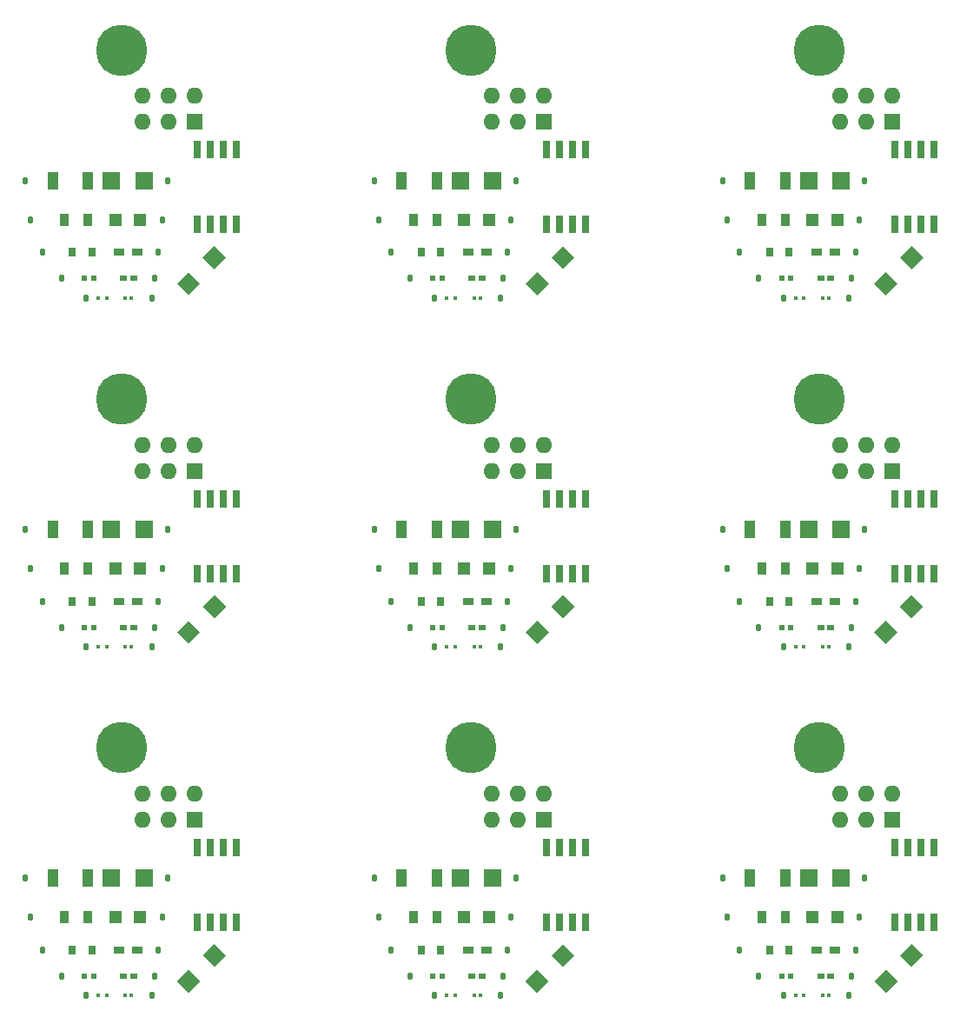
<source format=gts>
%MOIN*%
%OFA0B0*%
%FSLAX46Y46*%
%IPPOS*%
%LPD*%
%ADD10C,0.0039370078740157488*%
%ADD11C,0.19685039370078741*%
%ADD12R,0.015748031496062995X0.015748031496062995*%
%ADD13R,0.027559055118110236X0.023622047244094488*%
%ADD14O,0.062992125984251982X0.062992125984251982*%
%ADD15R,0.062992125984251982X0.062992125984251982*%
%ADD16R,0.066929133858267723X0.0709*%
%ADD17R,0.051181102362204731X0.0472*%
%ADD18R,0.03937007874015748X0.031400000000000004*%
%ADD19R,0.025590551181102365X0.066929133858267723*%
%ADD20O,0.02X0.030000000000000002*%
%ADD21R,0.043307086614173235X0.066929133858267723*%
%ADD22R,0.035433070866141732X0.051181102362204731*%
%ADD23R,0.027559055118110236X0.035433070866141732*%
%ADD24R,0.023622047244094488X0.023622047244094488*%
%ADD25R,0.017716535433070866X0.016929133858267716*%
%ADD36C,0.0039370078740157488*%
%ADD37C,0.19685039370078741*%
%ADD38R,0.015748031496062995X0.015748031496062995*%
%ADD39R,0.027559055118110236X0.023622047244094488*%
%ADD40O,0.062992125984251982X0.062992125984251982*%
%ADD41R,0.062992125984251982X0.062992125984251982*%
%ADD42R,0.066929133858267723X0.0709*%
%ADD43R,0.051181102362204731X0.0472*%
%ADD44R,0.03937007874015748X0.031400000000000004*%
%ADD45R,0.025590551181102365X0.066929133858267723*%
%ADD46O,0.02X0.030000000000000002*%
%ADD47R,0.043307086614173235X0.066929133858267723*%
%ADD48R,0.035433070866141732X0.051181102362204731*%
%ADD49R,0.027559055118110236X0.035433070866141732*%
%ADD50R,0.023622047244094488X0.023622047244094488*%
%ADD51R,0.017716535433070866X0.016929133858267716*%
%ADD52C,0.0039370078740157488*%
%ADD53C,0.19685039370078741*%
%ADD54R,0.015748031496062995X0.015748031496062995*%
%ADD55R,0.027559055118110236X0.023622047244094488*%
%ADD56O,0.062992125984251982X0.062992125984251982*%
%ADD57R,0.062992125984251982X0.062992125984251982*%
%ADD58R,0.066929133858267723X0.0709*%
%ADD59R,0.051181102362204731X0.0472*%
%ADD60R,0.03937007874015748X0.031400000000000004*%
%ADD61R,0.025590551181102365X0.066929133858267723*%
%ADD62O,0.02X0.030000000000000002*%
%ADD63R,0.043307086614173235X0.066929133858267723*%
%ADD64R,0.035433070866141732X0.051181102362204731*%
%ADD65R,0.027559055118110236X0.035433070866141732*%
%ADD66R,0.023622047244094488X0.023622047244094488*%
%ADD67R,0.017716535433070866X0.016929133858267716*%
%ADD68C,0.0039370078740157488*%
%ADD69C,0.19685039370078741*%
%ADD70R,0.015748031496062995X0.015748031496062995*%
%ADD71R,0.027559055118110236X0.023622047244094488*%
%ADD72O,0.062992125984251982X0.062992125984251982*%
%ADD73R,0.062992125984251982X0.062992125984251982*%
%ADD74R,0.066929133858267723X0.0709*%
%ADD75R,0.051181102362204731X0.0472*%
%ADD76R,0.03937007874015748X0.031400000000000004*%
%ADD77R,0.025590551181102365X0.066929133858267723*%
%ADD78O,0.02X0.030000000000000002*%
%ADD79R,0.043307086614173235X0.066929133858267723*%
%ADD80R,0.035433070866141732X0.051181102362204731*%
%ADD81R,0.027559055118110236X0.035433070866141732*%
%ADD82R,0.023622047244094488X0.023622047244094488*%
%ADD83R,0.017716535433070866X0.016929133858267716*%
%ADD84C,0.0039370078740157488*%
%ADD85C,0.19685039370078741*%
%ADD86R,0.015748031496062995X0.015748031496062995*%
%ADD87R,0.027559055118110236X0.023622047244094488*%
%ADD88O,0.062992125984251982X0.062992125984251982*%
%ADD89R,0.062992125984251982X0.062992125984251982*%
%ADD90R,0.066929133858267723X0.0709*%
%ADD91R,0.051181102362204731X0.0472*%
%ADD92R,0.03937007874015748X0.031400000000000004*%
%ADD93R,0.025590551181102365X0.066929133858267723*%
%ADD94O,0.02X0.030000000000000002*%
%ADD95R,0.043307086614173235X0.066929133858267723*%
%ADD96R,0.035433070866141732X0.051181102362204731*%
%ADD97R,0.027559055118110236X0.035433070866141732*%
%ADD98R,0.023622047244094488X0.023622047244094488*%
%ADD99R,0.017716535433070866X0.016929133858267716*%
%ADD100C,0.0039370078740157488*%
%ADD101C,0.19685039370078741*%
%ADD102R,0.015748031496062995X0.015748031496062995*%
%ADD103R,0.027559055118110236X0.023622047244094488*%
%ADD104O,0.062992125984251982X0.062992125984251982*%
%ADD105R,0.062992125984251982X0.062992125984251982*%
%ADD106R,0.066929133858267723X0.0709*%
%ADD107R,0.051181102362204731X0.0472*%
%ADD108R,0.03937007874015748X0.031400000000000004*%
%ADD109R,0.025590551181102365X0.066929133858267723*%
%ADD110O,0.02X0.030000000000000002*%
%ADD111R,0.043307086614173235X0.066929133858267723*%
%ADD112R,0.035433070866141732X0.051181102362204731*%
%ADD113R,0.027559055118110236X0.035433070866141732*%
%ADD114R,0.023622047244094488X0.023622047244094488*%
%ADD115R,0.017716535433070866X0.016929133858267716*%
%ADD116C,0.0039370078740157488*%
%ADD117C,0.19685039370078741*%
%ADD118R,0.015748031496062995X0.015748031496062995*%
%ADD119R,0.027559055118110236X0.023622047244094488*%
%ADD120O,0.062992125984251982X0.062992125984251982*%
%ADD121R,0.062992125984251982X0.062992125984251982*%
%ADD122R,0.066929133858267723X0.0709*%
%ADD123R,0.051181102362204731X0.0472*%
%ADD124R,0.03937007874015748X0.031400000000000004*%
%ADD125R,0.025590551181102365X0.066929133858267723*%
%ADD126O,0.02X0.030000000000000002*%
%ADD127R,0.043307086614173235X0.066929133858267723*%
%ADD128R,0.035433070866141732X0.051181102362204731*%
%ADD129R,0.027559055118110236X0.035433070866141732*%
%ADD130R,0.023622047244094488X0.023622047244094488*%
%ADD131R,0.017716535433070866X0.016929133858267716*%
%ADD132C,0.0039370078740157488*%
%ADD133C,0.19685039370078741*%
%ADD134R,0.015748031496062995X0.015748031496062995*%
%ADD135R,0.027559055118110236X0.023622047244094488*%
%ADD136O,0.062992125984251982X0.062992125984251982*%
%ADD137R,0.062992125984251982X0.062992125984251982*%
%ADD138R,0.066929133858267723X0.0709*%
%ADD139R,0.051181102362204731X0.0472*%
%ADD140R,0.03937007874015748X0.031400000000000004*%
%ADD141R,0.025590551181102365X0.066929133858267723*%
%ADD142O,0.02X0.030000000000000002*%
%ADD143R,0.043307086614173235X0.066929133858267723*%
%ADD144R,0.035433070866141732X0.051181102362204731*%
%ADD145R,0.027559055118110236X0.035433070866141732*%
%ADD146R,0.023622047244094488X0.023622047244094488*%
%ADD147R,0.017716535433070866X0.016929133858267716*%
%ADD148C,0.0039370078740157488*%
%ADD149C,0.19685039370078741*%
%ADD150R,0.015748031496062995X0.015748031496062995*%
%ADD151R,0.027559055118110236X0.023622047244094488*%
%ADD152O,0.062992125984251982X0.062992125984251982*%
%ADD153R,0.062992125984251982X0.062992125984251982*%
%ADD154R,0.066929133858267723X0.0709*%
%ADD155R,0.051181102362204731X0.0472*%
%ADD156R,0.03937007874015748X0.031400000000000004*%
%ADD157R,0.025590551181102365X0.066929133858267723*%
%ADD158O,0.02X0.030000000000000002*%
%ADD159R,0.043307086614173235X0.066929133858267723*%
%ADD160R,0.035433070866141732X0.051181102362204731*%
%ADD161R,0.027559055118110236X0.035433070866141732*%
%ADD162R,0.023622047244094488X0.023622047244094488*%
%ADD163R,0.017716535433070866X0.016929133858267716*%
G01*
D10*
D11*
X-0007545570Y0004254470D02*
X0000629429Y0001129470D03*
D12*
X0000642618Y0000179470D03*
X0000666240Y0000179470D03*
D13*
X0000634744Y0000254470D03*
X0000674114Y0000254470D03*
D10*
G36*
X0000983927Y0000378509D02*
X0001028469Y0000333967D01*
X0000983927Y0000289425D01*
X0000939385Y0000333967D01*
X0000983927Y0000378509D01*
X0000983927Y0000378509D01*
G37*
G36*
X0000884932Y0000279514D02*
X0000929474Y0000234972D01*
X0000884932Y0000190430D01*
X0000840390Y0000234972D01*
X0000884932Y0000279514D01*
X0000884932Y0000279514D01*
G37*
D14*
X0000909429Y0000954470D03*
D15*
X0000909429Y0000854470D03*
D14*
X0000809429Y0000954470D03*
X0000809429Y0000854470D03*
X0000709429Y0000954470D03*
X0000709429Y0000854470D03*
D16*
X0000714429Y0000629470D03*
X0000589429Y0000629470D03*
D17*
X0000699429Y0000479470D03*
X0000604429Y0000479470D03*
D18*
X0000689429Y0000354470D03*
X0000619429Y0000354470D03*
D19*
X0000919429Y0000460769D03*
X0000969429Y0000460769D03*
X0001019429Y0000460769D03*
X0001069429Y0000460769D03*
X0001069429Y0000748171D03*
X0001019429Y0000748171D03*
X0000969429Y0000748171D03*
X0000919429Y0000748171D03*
D20*
X0000804429Y0000629470D03*
X0000784429Y0000479470D03*
X0000769429Y0000354470D03*
X0000754429Y0000254470D03*
X0000744429Y0000179470D03*
X0000259429Y0000629470D03*
X0000276929Y0000479470D03*
X0000324429Y0000354470D03*
X0000396929Y0000254470D03*
X0000491929Y0000179470D03*
D21*
X0000499429Y0000629470D03*
X0000364429Y0000629470D03*
D22*
X0000499429Y0000479470D03*
X0000409429Y0000479470D03*
D23*
X0000514429Y0000354470D03*
X0000439429Y0000354470D03*
D24*
X0000520177Y0000254470D03*
X0000484744Y0000254470D03*
D25*
X0000570177Y0000179470D03*
X0000538681Y0000179470D03*
G04 next file*
G04 #@! TF.FileFunction,Soldermask,Top*
G04 Gerber Fmt 4.6, Leading zero omitted, Abs format (unit mm)*
G04 Created by KiCad (PCBNEW 4.0.7) date 08/30/18 22:11:47*
G01*
G04 APERTURE LIST*
G04 APERTURE END LIST*
D36*
D37*
X-0007545570Y0005592150D02*
X0000629429Y0002467150D03*
D38*
X0000642618Y0001517150D03*
X0000666240Y0001517150D03*
D39*
X0000634744Y0001592150D03*
X0000674114Y0001592150D03*
D36*
G36*
X0000983927Y0001716190D02*
X0001028469Y0001671648D01*
X0000983927Y0001627106D01*
X0000939385Y0001671648D01*
X0000983927Y0001716190D01*
X0000983927Y0001716190D01*
G37*
G36*
X0000884932Y0001617195D02*
X0000929474Y0001572653D01*
X0000884932Y0001528111D01*
X0000840390Y0001572653D01*
X0000884932Y0001617195D01*
X0000884932Y0001617195D01*
G37*
D40*
X0000909429Y0002292150D03*
D41*
X0000909429Y0002192150D03*
D40*
X0000809429Y0002292150D03*
X0000809429Y0002192150D03*
X0000709429Y0002292150D03*
X0000709429Y0002192150D03*
D42*
X0000714429Y0001967150D03*
X0000589429Y0001967150D03*
D43*
X0000699429Y0001817150D03*
X0000604429Y0001817150D03*
D44*
X0000689429Y0001692150D03*
X0000619429Y0001692150D03*
D45*
X0000919429Y0001798450D03*
X0000969429Y0001798450D03*
X0001019429Y0001798450D03*
X0001069429Y0001798450D03*
X0001069429Y0002085851D03*
X0001019429Y0002085851D03*
X0000969429Y0002085851D03*
X0000919429Y0002085851D03*
D46*
X0000804429Y0001967150D03*
X0000784429Y0001817150D03*
X0000769429Y0001692150D03*
X0000754429Y0001592150D03*
X0000744429Y0001517150D03*
X0000259429Y0001967150D03*
X0000276929Y0001817150D03*
X0000324429Y0001692150D03*
X0000396929Y0001592150D03*
X0000491929Y0001517150D03*
D47*
X0000499429Y0001967150D03*
X0000364429Y0001967150D03*
D48*
X0000499429Y0001817150D03*
X0000409429Y0001817150D03*
D49*
X0000514429Y0001692150D03*
X0000439429Y0001692150D03*
D50*
X0000520177Y0001592150D03*
X0000484744Y0001592150D03*
D51*
X0000570177Y0001517150D03*
X0000538681Y0001517150D03*
G04 next file*
G04 #@! TF.FileFunction,Soldermask,Top*
G04 Gerber Fmt 4.6, Leading zero omitted, Abs format (unit mm)*
G04 Created by KiCad (PCBNEW 4.0.7) date 08/30/18 22:11:47*
G01*
G04 APERTURE LIST*
G04 APERTURE END LIST*
D52*
D53*
X-0007545570Y0006929831D02*
X0000629429Y0003804831D03*
D54*
X0000642618Y0002854831D03*
X0000666240Y0002854831D03*
D55*
X0000634744Y0002929831D03*
X0000674114Y0002929831D03*
D52*
G36*
X0000983927Y0003053871D02*
X0001028469Y0003009329D01*
X0000983927Y0002964787D01*
X0000939385Y0003009329D01*
X0000983927Y0003053871D01*
X0000983927Y0003053871D01*
G37*
G36*
X0000884932Y0002954876D02*
X0000929474Y0002910334D01*
X0000884932Y0002865792D01*
X0000840390Y0002910334D01*
X0000884932Y0002954876D01*
X0000884932Y0002954876D01*
G37*
D56*
X0000909429Y0003629831D03*
D57*
X0000909429Y0003529831D03*
D56*
X0000809429Y0003629831D03*
X0000809429Y0003529831D03*
X0000709429Y0003629831D03*
X0000709429Y0003529831D03*
D58*
X0000714429Y0003304831D03*
X0000589429Y0003304831D03*
D59*
X0000699429Y0003154831D03*
X0000604429Y0003154831D03*
D60*
X0000689429Y0003029831D03*
X0000619429Y0003029831D03*
D61*
X0000919429Y0003136131D03*
X0000969429Y0003136131D03*
X0001019429Y0003136131D03*
X0001069429Y0003136131D03*
X0001069429Y0003423532D03*
X0001019429Y0003423532D03*
X0000969429Y0003423532D03*
X0000919429Y0003423532D03*
D62*
X0000804429Y0003304831D03*
X0000784429Y0003154831D03*
X0000769429Y0003029831D03*
X0000754429Y0002929831D03*
X0000744429Y0002854831D03*
X0000259429Y0003304831D03*
X0000276929Y0003154831D03*
X0000324429Y0003029831D03*
X0000396929Y0002929831D03*
X0000491929Y0002854831D03*
D63*
X0000499429Y0003304831D03*
X0000364429Y0003304831D03*
D64*
X0000499429Y0003154831D03*
X0000409429Y0003154831D03*
D65*
X0000514429Y0003029831D03*
X0000439429Y0003029831D03*
D66*
X0000520177Y0002929831D03*
X0000484744Y0002929831D03*
D67*
X0000570177Y0002854831D03*
X0000538681Y0002854831D03*
G04 next file*
G04 #@! TF.FileFunction,Soldermask,Top*
G04 Gerber Fmt 4.6, Leading zero omitted, Abs format (unit mm)*
G04 Created by KiCad (PCBNEW 4.0.7) date 08/30/18 22:11:47*
G01*
G04 APERTURE LIST*
G04 APERTURE END LIST*
D68*
D69*
X-0006207916Y0004254470D02*
X0001967082Y0001129470D03*
D70*
X0001980271Y0000179470D03*
X0002003894Y0000179470D03*
D71*
X0001972397Y0000254470D03*
X0002011768Y0000254470D03*
D68*
G36*
X0002321580Y0000378509D02*
X0002366122Y0000333967D01*
X0002321580Y0000289425D01*
X0002277038Y0000333967D01*
X0002321580Y0000378509D01*
X0002321580Y0000378509D01*
G37*
G36*
X0002222585Y0000279514D02*
X0002267127Y0000234972D01*
X0002222585Y0000190430D01*
X0002178043Y0000234972D01*
X0002222585Y0000279514D01*
X0002222585Y0000279514D01*
G37*
D72*
X0002247082Y0000954470D03*
D73*
X0002247082Y0000854470D03*
D72*
X0002147082Y0000954470D03*
X0002147082Y0000854470D03*
X0002047082Y0000954470D03*
X0002047082Y0000854470D03*
D74*
X0002052082Y0000629470D03*
X0001927082Y0000629470D03*
D75*
X0002037082Y0000479470D03*
X0001942082Y0000479470D03*
D76*
X0002027082Y0000354470D03*
X0001957082Y0000354470D03*
D77*
X0002257082Y0000460769D03*
X0002307082Y0000460769D03*
X0002357082Y0000460769D03*
X0002407082Y0000460769D03*
X0002407082Y0000748171D03*
X0002357082Y0000748171D03*
X0002307082Y0000748171D03*
X0002257082Y0000748171D03*
D78*
X0002142082Y0000629470D03*
X0002122082Y0000479470D03*
X0002107082Y0000354470D03*
X0002092082Y0000254470D03*
X0002082082Y0000179470D03*
X0001597082Y0000629470D03*
X0001614582Y0000479470D03*
X0001662082Y0000354470D03*
X0001734582Y0000254470D03*
X0001829582Y0000179470D03*
D79*
X0001837082Y0000629470D03*
X0001702082Y0000629470D03*
D80*
X0001837082Y0000479470D03*
X0001747082Y0000479470D03*
D81*
X0001852082Y0000354470D03*
X0001777082Y0000354470D03*
D82*
X0001857831Y0000254470D03*
X0001822397Y0000254470D03*
D83*
X0001907831Y0000179470D03*
X0001876334Y0000179470D03*
G04 next file*
G04 #@! TF.FileFunction,Soldermask,Top*
G04 Gerber Fmt 4.6, Leading zero omitted, Abs format (unit mm)*
G04 Created by KiCad (PCBNEW 4.0.7) date 08/30/18 22:11:47*
G01*
G04 APERTURE LIST*
G04 APERTURE END LIST*
D84*
D85*
X-0004870263Y0004254470D02*
X0003304736Y0001129470D03*
D86*
X0003317925Y0000179470D03*
X0003341547Y0000179470D03*
D87*
X0003310051Y0000254470D03*
X0003349421Y0000254470D03*
D84*
G36*
X0003659234Y0000378509D02*
X0003703776Y0000333967D01*
X0003659234Y0000289425D01*
X0003614691Y0000333967D01*
X0003659234Y0000378509D01*
X0003659234Y0000378509D01*
G37*
G36*
X0003560239Y0000279514D02*
X0003604781Y0000234972D01*
X0003560239Y0000190430D01*
X0003515696Y0000234972D01*
X0003560239Y0000279514D01*
X0003560239Y0000279514D01*
G37*
D88*
X0003584736Y0000954470D03*
D89*
X0003584736Y0000854470D03*
D88*
X0003484736Y0000954470D03*
X0003484736Y0000854470D03*
X0003384736Y0000954470D03*
X0003384736Y0000854470D03*
D90*
X0003389736Y0000629470D03*
X0003264736Y0000629470D03*
D91*
X0003374736Y0000479470D03*
X0003279736Y0000479470D03*
D92*
X0003364736Y0000354470D03*
X0003294736Y0000354470D03*
D93*
X0003594736Y0000460769D03*
X0003644736Y0000460769D03*
X0003694736Y0000460769D03*
X0003744736Y0000460769D03*
X0003744736Y0000748171D03*
X0003694736Y0000748171D03*
X0003644736Y0000748171D03*
X0003594736Y0000748171D03*
D94*
X0003479736Y0000629470D03*
X0003459736Y0000479470D03*
X0003444736Y0000354470D03*
X0003429736Y0000254470D03*
X0003419736Y0000179470D03*
X0002934736Y0000629470D03*
X0002952236Y0000479470D03*
X0002999736Y0000354470D03*
X0003072236Y0000254470D03*
X0003167236Y0000179470D03*
D95*
X0003174736Y0000629470D03*
X0003039736Y0000629470D03*
D96*
X0003174736Y0000479470D03*
X0003084736Y0000479470D03*
D97*
X0003189736Y0000354470D03*
X0003114736Y0000354470D03*
D98*
X0003195484Y0000254470D03*
X0003160051Y0000254470D03*
D99*
X0003245484Y0000179470D03*
X0003213988Y0000179470D03*
G04 next file*
G04 #@! TF.FileFunction,Soldermask,Top*
G04 Gerber Fmt 4.6, Leading zero omitted, Abs format (unit mm)*
G04 Created by KiCad (PCBNEW 4.0.7) date 08/30/18 22:11:47*
G01*
G04 APERTURE LIST*
G04 APERTURE END LIST*
D100*
D101*
X-0006207916Y0005592150D02*
X0001967082Y0002467150D03*
D102*
X0001980271Y0001517150D03*
X0002003894Y0001517150D03*
D103*
X0001972397Y0001592150D03*
X0002011768Y0001592150D03*
D100*
G36*
X0002321580Y0001716190D02*
X0002366122Y0001671648D01*
X0002321580Y0001627106D01*
X0002277038Y0001671648D01*
X0002321580Y0001716190D01*
X0002321580Y0001716190D01*
G37*
G36*
X0002222585Y0001617195D02*
X0002267127Y0001572653D01*
X0002222585Y0001528111D01*
X0002178043Y0001572653D01*
X0002222585Y0001617195D01*
X0002222585Y0001617195D01*
G37*
D104*
X0002247082Y0002292150D03*
D105*
X0002247082Y0002192150D03*
D104*
X0002147082Y0002292150D03*
X0002147082Y0002192150D03*
X0002047082Y0002292150D03*
X0002047082Y0002192150D03*
D106*
X0002052082Y0001967150D03*
X0001927082Y0001967150D03*
D107*
X0002037082Y0001817150D03*
X0001942082Y0001817150D03*
D108*
X0002027082Y0001692150D03*
X0001957082Y0001692150D03*
D109*
X0002257082Y0001798450D03*
X0002307082Y0001798450D03*
X0002357082Y0001798450D03*
X0002407082Y0001798450D03*
X0002407082Y0002085851D03*
X0002357082Y0002085851D03*
X0002307082Y0002085851D03*
X0002257082Y0002085851D03*
D110*
X0002142082Y0001967150D03*
X0002122082Y0001817150D03*
X0002107082Y0001692150D03*
X0002092082Y0001592150D03*
X0002082082Y0001517150D03*
X0001597082Y0001967150D03*
X0001614582Y0001817150D03*
X0001662082Y0001692150D03*
X0001734582Y0001592150D03*
X0001829582Y0001517150D03*
D111*
X0001837082Y0001967150D03*
X0001702082Y0001967150D03*
D112*
X0001837082Y0001817150D03*
X0001747082Y0001817150D03*
D113*
X0001852082Y0001692150D03*
X0001777082Y0001692150D03*
D114*
X0001857831Y0001592150D03*
X0001822397Y0001592150D03*
D115*
X0001907831Y0001517150D03*
X0001876334Y0001517150D03*
G04 next file*
G04 #@! TF.FileFunction,Soldermask,Top*
G04 Gerber Fmt 4.6, Leading zero omitted, Abs format (unit mm)*
G04 Created by KiCad (PCBNEW 4.0.7) date 08/30/18 22:11:47*
G01*
G04 APERTURE LIST*
G04 APERTURE END LIST*
D116*
D117*
X-0006207916Y0006929831D02*
X0001967082Y0003804831D03*
D118*
X0001980271Y0002854831D03*
X0002003894Y0002854831D03*
D119*
X0001972397Y0002929831D03*
X0002011768Y0002929831D03*
D116*
G36*
X0002321580Y0003053871D02*
X0002366122Y0003009329D01*
X0002321580Y0002964787D01*
X0002277038Y0003009329D01*
X0002321580Y0003053871D01*
X0002321580Y0003053871D01*
G37*
G36*
X0002222585Y0002954876D02*
X0002267127Y0002910334D01*
X0002222585Y0002865792D01*
X0002178043Y0002910334D01*
X0002222585Y0002954876D01*
X0002222585Y0002954876D01*
G37*
D120*
X0002247082Y0003629831D03*
D121*
X0002247082Y0003529831D03*
D120*
X0002147082Y0003629831D03*
X0002147082Y0003529831D03*
X0002047082Y0003629831D03*
X0002047082Y0003529831D03*
D122*
X0002052082Y0003304831D03*
X0001927082Y0003304831D03*
D123*
X0002037082Y0003154831D03*
X0001942082Y0003154831D03*
D124*
X0002027082Y0003029831D03*
X0001957082Y0003029831D03*
D125*
X0002257082Y0003136131D03*
X0002307082Y0003136131D03*
X0002357082Y0003136131D03*
X0002407082Y0003136131D03*
X0002407082Y0003423532D03*
X0002357082Y0003423532D03*
X0002307082Y0003423532D03*
X0002257082Y0003423532D03*
D126*
X0002142082Y0003304831D03*
X0002122082Y0003154831D03*
X0002107082Y0003029831D03*
X0002092082Y0002929831D03*
X0002082082Y0002854831D03*
X0001597082Y0003304831D03*
X0001614582Y0003154831D03*
X0001662082Y0003029831D03*
X0001734582Y0002929831D03*
X0001829582Y0002854831D03*
D127*
X0001837082Y0003304831D03*
X0001702082Y0003304831D03*
D128*
X0001837082Y0003154831D03*
X0001747082Y0003154831D03*
D129*
X0001852082Y0003029831D03*
X0001777082Y0003029831D03*
D130*
X0001857831Y0002929831D03*
X0001822397Y0002929831D03*
D131*
X0001907831Y0002854831D03*
X0001876334Y0002854831D03*
G04 next file*
G04 #@! TF.FileFunction,Soldermask,Top*
G04 Gerber Fmt 4.6, Leading zero omitted, Abs format (unit mm)*
G04 Created by KiCad (PCBNEW 4.0.7) date 08/30/18 22:11:47*
G01*
G04 APERTURE LIST*
G04 APERTURE END LIST*
D132*
D133*
X-0004870263Y0005592150D02*
X0003304736Y0002467150D03*
D134*
X0003317925Y0001517150D03*
X0003341547Y0001517150D03*
D135*
X0003310051Y0001592150D03*
X0003349421Y0001592150D03*
D132*
G36*
X0003659234Y0001716190D02*
X0003703776Y0001671648D01*
X0003659234Y0001627106D01*
X0003614691Y0001671648D01*
X0003659234Y0001716190D01*
X0003659234Y0001716190D01*
G37*
G36*
X0003560239Y0001617195D02*
X0003604781Y0001572653D01*
X0003560239Y0001528111D01*
X0003515696Y0001572653D01*
X0003560239Y0001617195D01*
X0003560239Y0001617195D01*
G37*
D136*
X0003584736Y0002292150D03*
D137*
X0003584736Y0002192150D03*
D136*
X0003484736Y0002292150D03*
X0003484736Y0002192150D03*
X0003384736Y0002292150D03*
X0003384736Y0002192150D03*
D138*
X0003389736Y0001967150D03*
X0003264736Y0001967150D03*
D139*
X0003374736Y0001817150D03*
X0003279736Y0001817150D03*
D140*
X0003364736Y0001692150D03*
X0003294736Y0001692150D03*
D141*
X0003594736Y0001798450D03*
X0003644736Y0001798450D03*
X0003694736Y0001798450D03*
X0003744736Y0001798450D03*
X0003744736Y0002085851D03*
X0003694736Y0002085851D03*
X0003644736Y0002085851D03*
X0003594736Y0002085851D03*
D142*
X0003479736Y0001967150D03*
X0003459736Y0001817150D03*
X0003444736Y0001692150D03*
X0003429736Y0001592150D03*
X0003419736Y0001517150D03*
X0002934736Y0001967150D03*
X0002952236Y0001817150D03*
X0002999736Y0001692150D03*
X0003072236Y0001592150D03*
X0003167236Y0001517150D03*
D143*
X0003174736Y0001967150D03*
X0003039736Y0001967150D03*
D144*
X0003174736Y0001817150D03*
X0003084736Y0001817150D03*
D145*
X0003189736Y0001692150D03*
X0003114736Y0001692150D03*
D146*
X0003195484Y0001592150D03*
X0003160051Y0001592150D03*
D147*
X0003245484Y0001517150D03*
X0003213988Y0001517150D03*
G04 next file*
G04 #@! TF.FileFunction,Soldermask,Top*
G04 Gerber Fmt 4.6, Leading zero omitted, Abs format (unit mm)*
G04 Created by KiCad (PCBNEW 4.0.7) date 08/30/18 22:11:47*
G01*
G04 APERTURE LIST*
G04 APERTURE END LIST*
D148*
D149*
X-0004870263Y0006929831D02*
X0003304736Y0003804831D03*
D150*
X0003317925Y0002854831D03*
X0003341547Y0002854831D03*
D151*
X0003310051Y0002929831D03*
X0003349421Y0002929831D03*
D148*
G36*
X0003659234Y0003053871D02*
X0003703776Y0003009329D01*
X0003659234Y0002964787D01*
X0003614691Y0003009329D01*
X0003659234Y0003053871D01*
X0003659234Y0003053871D01*
G37*
G36*
X0003560239Y0002954876D02*
X0003604781Y0002910334D01*
X0003560239Y0002865792D01*
X0003515696Y0002910334D01*
X0003560239Y0002954876D01*
X0003560239Y0002954876D01*
G37*
D152*
X0003584736Y0003629831D03*
D153*
X0003584736Y0003529831D03*
D152*
X0003484736Y0003629831D03*
X0003484736Y0003529831D03*
X0003384736Y0003629831D03*
X0003384736Y0003529831D03*
D154*
X0003389736Y0003304831D03*
X0003264736Y0003304831D03*
D155*
X0003374736Y0003154831D03*
X0003279736Y0003154831D03*
D156*
X0003364736Y0003029831D03*
X0003294736Y0003029831D03*
D157*
X0003594736Y0003136131D03*
X0003644736Y0003136131D03*
X0003694736Y0003136131D03*
X0003744736Y0003136131D03*
X0003744736Y0003423532D03*
X0003694736Y0003423532D03*
X0003644736Y0003423532D03*
X0003594736Y0003423532D03*
D158*
X0003479736Y0003304831D03*
X0003459736Y0003154831D03*
X0003444736Y0003029831D03*
X0003429736Y0002929831D03*
X0003419736Y0002854831D03*
X0002934736Y0003304831D03*
X0002952236Y0003154831D03*
X0002999736Y0003029831D03*
X0003072236Y0002929831D03*
X0003167236Y0002854831D03*
D159*
X0003174736Y0003304831D03*
X0003039736Y0003304831D03*
D160*
X0003174736Y0003154831D03*
X0003084736Y0003154831D03*
D161*
X0003189736Y0003029831D03*
X0003114736Y0003029831D03*
D162*
X0003195484Y0002929831D03*
X0003160051Y0002929831D03*
D163*
X0003245484Y0002854831D03*
X0003213988Y0002854831D03*
M02*
</source>
